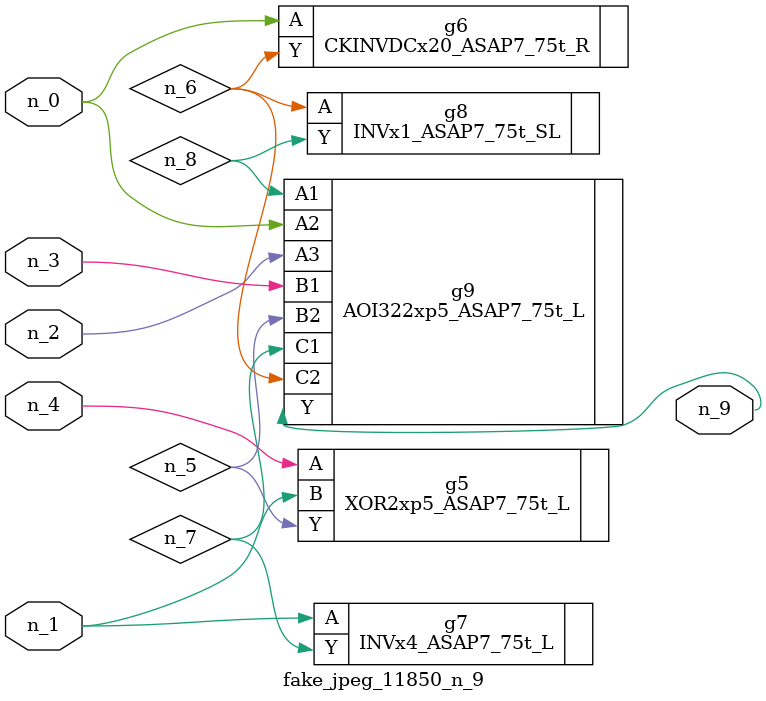
<source format=v>
module fake_jpeg_11850_n_9 (n_3, n_2, n_1, n_0, n_4, n_9);

input n_3;
input n_2;
input n_1;
input n_0;
input n_4;

output n_9;

wire n_8;
wire n_6;
wire n_5;
wire n_7;

XOR2xp5_ASAP7_75t_L g5 ( 
.A(n_4),
.B(n_1),
.Y(n_5)
);

CKINVDCx20_ASAP7_75t_R g6 ( 
.A(n_0),
.Y(n_6)
);

INVx4_ASAP7_75t_L g7 ( 
.A(n_1),
.Y(n_7)
);

INVx1_ASAP7_75t_SL g8 ( 
.A(n_6),
.Y(n_8)
);

AOI322xp5_ASAP7_75t_L g9 ( 
.A1(n_8),
.A2(n_0),
.A3(n_2),
.B1(n_3),
.B2(n_5),
.C1(n_7),
.C2(n_6),
.Y(n_9)
);


endmodule
</source>
